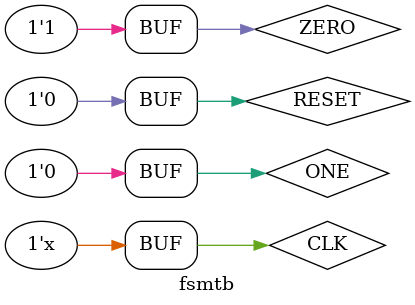
<source format=v>
`timescale 1ns / 1ps


module fsmtb;

	// Inputs
	reg CLK;
	reg RESET;
	reg ONE;
	reg ZERO;

	// Outputs
	wire [3:0] state;
	wire OUT;

	// Instantiate the Unit Under Test (UUT)
	fsm uut (
		.CLK(CLK), 
		.RESET(RESET), 
		.ONE(ONE), 
		.ZERO(ZERO), 
		.state(state), 
		.OUT(OUT)
	);

	initial begin
		// Initialize Inputs
		CLK = 0;
		RESET = 0;
		ONE = 0;
		ZERO = 0;

		// Wait 100 ns for global reset to finish
		#100;
        
		// Add stimulus here
		#2; 
		ONE = 1;
		#2;
		ONE = 0;
		ZERO = 1;
		#2;
		ZERO = 0;
		ONE = 1;
		#2;
		ZERO = 1;
		ONE = 0;
		#2;
		ZERO = 0;
		#2;
		RESET = 1;
		#2;
		RESET = 0;
		
		#2;
		ONE = 0;
		#2;
		ZERO = 1;
		#2;
		ZERO = 0;
		#2;
		ZERO = 1;
		#2;
		ZERO = 0;
		#2;
		ZERO = 1;
		#2;
		ZERO = 0;
		#2;
		ZERO = 1;
		
		#2;
		ONE = 0;
		#2;
		ONE = 1;
		#2;
		ONE = 0;
		#2;
		ONE = 1;
		#2;
		ONE = 0;
		#2;
		ONE = 1;
		#2;
		ONE = 0;
		
		
		
		

	end
	always #1 CLK=~CLK;
//	always #7 ONE=~ONE;
//	always #5 ZERO=~ZERO;
//	always #400 RESET=~RESET;
	
endmodule


</source>
